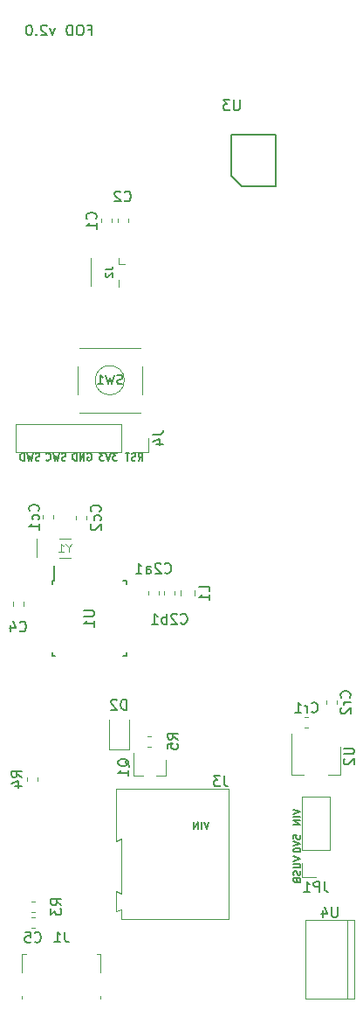
<source format=gbo>
G04 #@! TF.GenerationSoftware,KiCad,Pcbnew,6.0.0-unknown-da645c5~86~ubuntu18.04.1*
G04 #@! TF.CreationDate,2019-07-09T16:17:18-04:00*
G04 #@! TF.ProjectId,FOD,464f442e-6b69-4636-9164-5f7063625858,rev?*
G04 #@! TF.SameCoordinates,Original*
G04 #@! TF.FileFunction,Legend,Bot*
G04 #@! TF.FilePolarity,Positive*
%FSLAX46Y46*%
G04 Gerber Fmt 4.6, Leading zero omitted, Abs format (unit mm)*
G04 Created by KiCad (PCBNEW 6.0.0-unknown-da645c5~86~ubuntu18.04.1) date 2019-07-09 16:17:18*
%MOMM*%
%LPD*%
G04 APERTURE LIST*
%ADD10C,0.200000*%
%ADD11C,0.150000*%
%ADD12C,0.120000*%
G04 APERTURE END LIST*
D10*
X127183333Y-27478571D02*
X127516666Y-27478571D01*
X127516666Y-28002380D02*
X127516666Y-27002380D01*
X127040476Y-27002380D01*
X126469047Y-27002380D02*
X126278571Y-27002380D01*
X126183333Y-27050000D01*
X126088095Y-27145238D01*
X126040476Y-27335714D01*
X126040476Y-27669047D01*
X126088095Y-27859523D01*
X126183333Y-27954761D01*
X126278571Y-28002380D01*
X126469047Y-28002380D01*
X126564285Y-27954761D01*
X126659523Y-27859523D01*
X126707142Y-27669047D01*
X126707142Y-27335714D01*
X126659523Y-27145238D01*
X126564285Y-27050000D01*
X126469047Y-27002380D01*
X125611904Y-28002380D02*
X125611904Y-27002380D01*
X125373809Y-27002380D01*
X125230952Y-27050000D01*
X125135714Y-27145238D01*
X125088095Y-27240476D01*
X125040476Y-27430952D01*
X125040476Y-27573809D01*
X125088095Y-27764285D01*
X125135714Y-27859523D01*
X125230952Y-27954761D01*
X125373809Y-28002380D01*
X125611904Y-28002380D01*
X123945238Y-27335714D02*
X123707142Y-28002380D01*
X123469047Y-27335714D01*
X123135714Y-27097619D02*
X123088095Y-27050000D01*
X122992857Y-27002380D01*
X122754761Y-27002380D01*
X122659523Y-27050000D01*
X122611904Y-27097619D01*
X122564285Y-27192857D01*
X122564285Y-27288095D01*
X122611904Y-27430952D01*
X123183333Y-28002380D01*
X122564285Y-28002380D01*
X122135714Y-27907142D02*
X122088095Y-27954761D01*
X122135714Y-28002380D01*
X122183333Y-27954761D01*
X122135714Y-27907142D01*
X122135714Y-28002380D01*
X121469047Y-27002380D02*
X121373809Y-27002380D01*
X121278571Y-27050000D01*
X121230952Y-27097619D01*
X121183333Y-27192857D01*
X121135714Y-27383333D01*
X121135714Y-27621428D01*
X121183333Y-27811904D01*
X121230952Y-27907142D01*
X121278571Y-27954761D01*
X121373809Y-28002380D01*
X121469047Y-28002380D01*
X121564285Y-27954761D01*
X121611904Y-27907142D01*
X121659523Y-27811904D01*
X121707142Y-27621428D01*
X121707142Y-27383333D01*
X121659523Y-27192857D01*
X121611904Y-27097619D01*
X121564285Y-27050000D01*
X121469047Y-27002380D01*
D11*
X138866666Y-104166666D02*
X138633333Y-104866666D01*
X138400000Y-104166666D01*
X138166666Y-104866666D02*
X138166666Y-104166666D01*
X137833333Y-104866666D02*
X137833333Y-104166666D01*
X137433333Y-104866666D01*
X137433333Y-104166666D01*
X147066666Y-107516666D02*
X147766666Y-107750000D01*
X147066666Y-107983333D01*
X147066666Y-108216666D02*
X147633333Y-108216666D01*
X147700000Y-108250000D01*
X147733333Y-108283333D01*
X147766666Y-108350000D01*
X147766666Y-108483333D01*
X147733333Y-108550000D01*
X147700000Y-108583333D01*
X147633333Y-108616666D01*
X147066666Y-108616666D01*
X147733333Y-108916666D02*
X147766666Y-109016666D01*
X147766666Y-109183333D01*
X147733333Y-109250000D01*
X147700000Y-109283333D01*
X147633333Y-109316666D01*
X147566666Y-109316666D01*
X147500000Y-109283333D01*
X147466666Y-109250000D01*
X147433333Y-109183333D01*
X147400000Y-109050000D01*
X147366666Y-108983333D01*
X147333333Y-108950000D01*
X147266666Y-108916666D01*
X147200000Y-108916666D01*
X147133333Y-108950000D01*
X147100000Y-108983333D01*
X147066666Y-109050000D01*
X147066666Y-109216666D01*
X147100000Y-109316666D01*
X147400000Y-109850000D02*
X147433333Y-109950000D01*
X147466666Y-109983333D01*
X147533333Y-110016666D01*
X147633333Y-110016666D01*
X147700000Y-109983333D01*
X147733333Y-109950000D01*
X147766666Y-109883333D01*
X147766666Y-109616666D01*
X147066666Y-109616666D01*
X147066666Y-109850000D01*
X147100000Y-109916666D01*
X147133333Y-109950000D01*
X147200000Y-109983333D01*
X147266666Y-109983333D01*
X147333333Y-109950000D01*
X147366666Y-109916666D01*
X147400000Y-109850000D01*
X147400000Y-109616666D01*
X147066666Y-105793333D02*
X147066666Y-105460000D01*
X147400000Y-105426666D01*
X147366666Y-105460000D01*
X147333333Y-105526666D01*
X147333333Y-105693333D01*
X147366666Y-105760000D01*
X147400000Y-105793333D01*
X147466666Y-105826666D01*
X147633333Y-105826666D01*
X147700000Y-105793333D01*
X147733333Y-105760000D01*
X147766666Y-105693333D01*
X147766666Y-105526666D01*
X147733333Y-105460000D01*
X147700000Y-105426666D01*
X147066666Y-106026666D02*
X147766666Y-106260000D01*
X147066666Y-106493333D01*
X147066666Y-106860000D02*
X147066666Y-106926666D01*
X147100000Y-106993333D01*
X147133333Y-107026666D01*
X147200000Y-107060000D01*
X147333333Y-107093333D01*
X147500000Y-107093333D01*
X147633333Y-107060000D01*
X147700000Y-107026666D01*
X147733333Y-106993333D01*
X147766666Y-106926666D01*
X147766666Y-106860000D01*
X147733333Y-106793333D01*
X147700000Y-106760000D01*
X147633333Y-106726666D01*
X147500000Y-106693333D01*
X147333333Y-106693333D01*
X147200000Y-106726666D01*
X147133333Y-106760000D01*
X147100000Y-106793333D01*
X147066666Y-106860000D01*
X147066666Y-102953333D02*
X147766666Y-103186666D01*
X147066666Y-103420000D01*
X147766666Y-103653333D02*
X147066666Y-103653333D01*
X147766666Y-103986666D02*
X147066666Y-103986666D01*
X147766666Y-104386666D01*
X147066666Y-104386666D01*
X122440000Y-69133333D02*
X122340000Y-69166666D01*
X122173333Y-69166666D01*
X122106666Y-69133333D01*
X122073333Y-69100000D01*
X122040000Y-69033333D01*
X122040000Y-68966666D01*
X122073333Y-68900000D01*
X122106666Y-68866666D01*
X122173333Y-68833333D01*
X122306666Y-68800000D01*
X122373333Y-68766666D01*
X122406666Y-68733333D01*
X122440000Y-68666666D01*
X122440000Y-68600000D01*
X122406666Y-68533333D01*
X122373333Y-68500000D01*
X122306666Y-68466666D01*
X122140000Y-68466666D01*
X122040000Y-68500000D01*
X121806666Y-68466666D02*
X121640000Y-69166666D01*
X121506666Y-68666666D01*
X121373333Y-69166666D01*
X121206666Y-68466666D01*
X120940000Y-69166666D02*
X120940000Y-68466666D01*
X120773333Y-68466666D01*
X120673333Y-68500000D01*
X120606666Y-68566666D01*
X120573333Y-68633333D01*
X120540000Y-68766666D01*
X120540000Y-68866666D01*
X120573333Y-69000000D01*
X120606666Y-69066666D01*
X120673333Y-69133333D01*
X120773333Y-69166666D01*
X120940000Y-69166666D01*
X124980000Y-69133333D02*
X124880000Y-69166666D01*
X124713333Y-69166666D01*
X124646666Y-69133333D01*
X124613333Y-69100000D01*
X124580000Y-69033333D01*
X124580000Y-68966666D01*
X124613333Y-68900000D01*
X124646666Y-68866666D01*
X124713333Y-68833333D01*
X124846666Y-68800000D01*
X124913333Y-68766666D01*
X124946666Y-68733333D01*
X124980000Y-68666666D01*
X124980000Y-68600000D01*
X124946666Y-68533333D01*
X124913333Y-68500000D01*
X124846666Y-68466666D01*
X124680000Y-68466666D01*
X124580000Y-68500000D01*
X124346666Y-68466666D02*
X124180000Y-69166666D01*
X124046666Y-68666666D01*
X123913333Y-69166666D01*
X123746666Y-68466666D01*
X123080000Y-69100000D02*
X123113333Y-69133333D01*
X123213333Y-69166666D01*
X123280000Y-69166666D01*
X123380000Y-69133333D01*
X123446666Y-69066666D01*
X123480000Y-69000000D01*
X123513333Y-68866666D01*
X123513333Y-68766666D01*
X123480000Y-68633333D01*
X123446666Y-68566666D01*
X123380000Y-68500000D01*
X123280000Y-68466666D01*
X123213333Y-68466666D01*
X123113333Y-68500000D01*
X123080000Y-68533333D01*
X127103333Y-68500000D02*
X127170000Y-68466666D01*
X127270000Y-68466666D01*
X127370000Y-68500000D01*
X127436666Y-68566666D01*
X127470000Y-68633333D01*
X127503333Y-68766666D01*
X127503333Y-68866666D01*
X127470000Y-69000000D01*
X127436666Y-69066666D01*
X127370000Y-69133333D01*
X127270000Y-69166666D01*
X127203333Y-69166666D01*
X127103333Y-69133333D01*
X127070000Y-69100000D01*
X127070000Y-68866666D01*
X127203333Y-68866666D01*
X126770000Y-69166666D02*
X126770000Y-68466666D01*
X126370000Y-69166666D01*
X126370000Y-68466666D01*
X126036666Y-69166666D02*
X126036666Y-68466666D01*
X125870000Y-68466666D01*
X125770000Y-68500000D01*
X125703333Y-68566666D01*
X125670000Y-68633333D01*
X125636666Y-68766666D01*
X125636666Y-68866666D01*
X125670000Y-69000000D01*
X125703333Y-69066666D01*
X125770000Y-69133333D01*
X125870000Y-69166666D01*
X126036666Y-69166666D01*
X132033333Y-69166666D02*
X132266666Y-68833333D01*
X132433333Y-69166666D02*
X132433333Y-68466666D01*
X132166666Y-68466666D01*
X132100000Y-68500000D01*
X132066666Y-68533333D01*
X132033333Y-68600000D01*
X132033333Y-68700000D01*
X132066666Y-68766666D01*
X132100000Y-68800000D01*
X132166666Y-68833333D01*
X132433333Y-68833333D01*
X131766666Y-69133333D02*
X131666666Y-69166666D01*
X131500000Y-69166666D01*
X131433333Y-69133333D01*
X131400000Y-69100000D01*
X131366666Y-69033333D01*
X131366666Y-68966666D01*
X131400000Y-68900000D01*
X131433333Y-68866666D01*
X131500000Y-68833333D01*
X131633333Y-68800000D01*
X131700000Y-68766666D01*
X131733333Y-68733333D01*
X131766666Y-68666666D01*
X131766666Y-68600000D01*
X131733333Y-68533333D01*
X131700000Y-68500000D01*
X131633333Y-68466666D01*
X131466666Y-68466666D01*
X131366666Y-68500000D01*
X131166666Y-68466666D02*
X130766666Y-68466666D01*
X130966666Y-69166666D02*
X130966666Y-68466666D01*
X129976666Y-68466666D02*
X129543333Y-68466666D01*
X129776666Y-68733333D01*
X129676666Y-68733333D01*
X129610000Y-68766666D01*
X129576666Y-68800000D01*
X129543333Y-68866666D01*
X129543333Y-69033333D01*
X129576666Y-69100000D01*
X129610000Y-69133333D01*
X129676666Y-69166666D01*
X129876666Y-69166666D01*
X129943333Y-69133333D01*
X129976666Y-69100000D01*
X129343333Y-68466666D02*
X129110000Y-69166666D01*
X128876666Y-68466666D01*
X128710000Y-68466666D02*
X128276666Y-68466666D01*
X128510000Y-68733333D01*
X128410000Y-68733333D01*
X128343333Y-68766666D01*
X128310000Y-68800000D01*
X128276666Y-68866666D01*
X128276666Y-69033333D01*
X128310000Y-69100000D01*
X128343333Y-69133333D01*
X128410000Y-69166666D01*
X128610000Y-69166666D01*
X128676666Y-69133333D01*
X128710000Y-69100000D01*
D12*
X127365000Y-49590000D02*
X127365000Y-52290000D01*
X130085000Y-50180000D02*
X130715000Y-50180000D01*
X130085000Y-52340000D02*
X130085000Y-51700000D01*
X130085000Y-49540000D02*
X130085000Y-50180000D01*
X130664214Y-61400000D02*
G75*
G03X130664214Y-61400000I-1414214J0D01*
G01*
X126280000Y-58280000D02*
X132220000Y-58280000D01*
X126280000Y-64520000D02*
X132220000Y-64520000D01*
X126130000Y-60060000D02*
X126130000Y-62740000D01*
X132370000Y-62740000D02*
X132370000Y-60060000D01*
X134680000Y-99660000D02*
X133750000Y-99660000D01*
X131520000Y-99660000D02*
X132450000Y-99660000D01*
X131520000Y-99660000D02*
X131520000Y-97500000D01*
X134680000Y-99660000D02*
X134680000Y-98200000D01*
X150450000Y-99630000D02*
X151650000Y-99630000D01*
X151650000Y-99630000D02*
X151650000Y-96930000D01*
X146850000Y-95630000D02*
X146850000Y-99630000D01*
X146850000Y-99630000D02*
X148050000Y-99630000D01*
X124325000Y-78600000D02*
X125425000Y-78600000D01*
X124325000Y-76700000D02*
X125425000Y-76700000D01*
X122175000Y-78550000D02*
X122175000Y-76750000D01*
X148270000Y-113690000D02*
X148270000Y-121310000D01*
X148270000Y-121310000D02*
X152970000Y-121310000D01*
X152970000Y-121310000D02*
X152970000Y-113690000D01*
X152970000Y-113690000D02*
X148270000Y-113690000D01*
X152270000Y-121310000D02*
X152270000Y-113690000D01*
D11*
X145380000Y-37640000D02*
X141080000Y-37640000D01*
X145380000Y-42640000D02*
X145380000Y-37620480D01*
X142080000Y-42640000D02*
X145380000Y-42640000D01*
X141080000Y-37640000D02*
X141080000Y-41640000D01*
X142080000Y-42640000D02*
X141080000Y-41640000D01*
X123650000Y-80825000D02*
X123875000Y-80825000D01*
X123650000Y-88075000D02*
X123975000Y-88075000D01*
X130900000Y-88075000D02*
X130575000Y-88075000D01*
X130900000Y-80825000D02*
X130575000Y-80825000D01*
X123650000Y-80825000D02*
X123650000Y-81150000D01*
X130900000Y-80825000D02*
X130900000Y-81150000D01*
X130900000Y-88075000D02*
X130900000Y-87750000D01*
X123650000Y-88075000D02*
X123650000Y-87750000D01*
X123875000Y-80825000D02*
X123875000Y-79400000D01*
D12*
X132928733Y-96860000D02*
X133271267Y-96860000D01*
X132928733Y-95840000D02*
X133271267Y-95840000D01*
X121190000Y-99828733D02*
X121190000Y-100171267D01*
X122210000Y-99828733D02*
X122210000Y-100171267D01*
X121628733Y-112910000D02*
X121971267Y-112910000D01*
X121628733Y-111890000D02*
X121971267Y-111890000D01*
X136090000Y-81738748D02*
X136090000Y-82261252D01*
X137510000Y-81738748D02*
X137510000Y-82261252D01*
X147920000Y-101740000D02*
X150580000Y-101740000D01*
X147920000Y-106880000D02*
X147920000Y-101740000D01*
X150580000Y-106880000D02*
X150580000Y-101740000D01*
X147920000Y-106880000D02*
X150580000Y-106880000D01*
X147920000Y-108150000D02*
X147920000Y-109480000D01*
X147920000Y-109480000D02*
X149250000Y-109480000D01*
X120160000Y-68330000D02*
X120160000Y-65670000D01*
X130380000Y-68330000D02*
X120160000Y-68330000D01*
X130380000Y-65670000D02*
X120160000Y-65670000D01*
X130380000Y-68330000D02*
X130380000Y-65670000D01*
X131650000Y-68330000D02*
X132980000Y-68330000D01*
X132980000Y-68330000D02*
X132980000Y-67000000D01*
X140750000Y-100950000D02*
X140750000Y-113550000D01*
X140750000Y-113550000D02*
X130400000Y-113550000D01*
X130400000Y-113550000D02*
X130400000Y-112600000D01*
X130400000Y-112600000D02*
X129900000Y-112850000D01*
X129900000Y-112850000D02*
X129900000Y-110950000D01*
X129900000Y-110950000D02*
X129900000Y-110900000D01*
X129900000Y-110900000D02*
X130400000Y-111150000D01*
X130400000Y-111150000D02*
X130400000Y-105750000D01*
X130400000Y-105750000D02*
X129900000Y-106050000D01*
X129900000Y-106050000D02*
X129900000Y-100950000D01*
X129900000Y-100950000D02*
X140750000Y-100950000D01*
X120740000Y-116940000D02*
X121120000Y-116940000D01*
X120740000Y-120990000D02*
X120740000Y-121250000D01*
X120740000Y-116940000D02*
X120740000Y-118710000D01*
X128360000Y-116940000D02*
X127980000Y-116940000D01*
X128360000Y-118710000D02*
X128360000Y-116940000D01*
X128360000Y-121250000D02*
X128360000Y-120990000D01*
X131110000Y-94300000D02*
X131110000Y-97160000D01*
X131110000Y-97160000D02*
X129190000Y-97160000D01*
X129190000Y-97160000D02*
X129190000Y-94300000D01*
X151260000Y-92771267D02*
X151260000Y-92428733D01*
X150240000Y-92771267D02*
X150240000Y-92428733D01*
X148521267Y-94040000D02*
X148178733Y-94040000D01*
X148521267Y-95060000D02*
X148178733Y-95060000D01*
X127010000Y-74871267D02*
X127010000Y-74528733D01*
X125990000Y-74871267D02*
X125990000Y-74528733D01*
X123760000Y-74821267D02*
X123760000Y-74478733D01*
X122740000Y-74821267D02*
X122740000Y-74478733D01*
X134540000Y-81828733D02*
X134540000Y-82171267D01*
X135560000Y-81828733D02*
X135560000Y-82171267D01*
X132990000Y-81828733D02*
X132990000Y-82171267D01*
X134010000Y-81828733D02*
X134010000Y-82171267D01*
X121628733Y-114460000D02*
X121971267Y-114460000D01*
X121628733Y-113440000D02*
X121971267Y-113440000D01*
X119840000Y-82878733D02*
X119840000Y-83221267D01*
X120860000Y-82878733D02*
X120860000Y-83221267D01*
X129990000Y-45778733D02*
X129990000Y-46121267D01*
X131010000Y-45778733D02*
X131010000Y-46121267D01*
X128440000Y-45778733D02*
X128440000Y-46121267D01*
X129460000Y-45778733D02*
X129460000Y-46121267D01*
D11*
X128816666Y-50706666D02*
X129316666Y-50706666D01*
X129416666Y-50673333D01*
X129483333Y-50606666D01*
X129516666Y-50506666D01*
X129516666Y-50440000D01*
X128883333Y-51006666D02*
X128850000Y-51040000D01*
X128816666Y-51106666D01*
X128816666Y-51273333D01*
X128850000Y-51340000D01*
X128883333Y-51373333D01*
X128950000Y-51406666D01*
X129016666Y-51406666D01*
X129116666Y-51373333D01*
X129516666Y-50973333D01*
X129516666Y-51406666D01*
X130470000Y-61754285D02*
X130341428Y-61797142D01*
X130127142Y-61797142D01*
X130041428Y-61754285D01*
X129998571Y-61711428D01*
X129955714Y-61625714D01*
X129955714Y-61540000D01*
X129998571Y-61454285D01*
X130041428Y-61411428D01*
X130127142Y-61368571D01*
X130298571Y-61325714D01*
X130384285Y-61282857D01*
X130427142Y-61240000D01*
X130470000Y-61154285D01*
X130470000Y-61068571D01*
X130427142Y-60982857D01*
X130384285Y-60940000D01*
X130298571Y-60897142D01*
X130084285Y-60897142D01*
X129955714Y-60940000D01*
X129655714Y-60897142D02*
X129441428Y-61797142D01*
X129270000Y-61154285D01*
X129098571Y-61797142D01*
X128884285Y-60897142D01*
X128070000Y-61797142D02*
X128584285Y-61797142D01*
X128327142Y-61797142D02*
X128327142Y-60897142D01*
X128412857Y-61025714D01*
X128498571Y-61111428D01*
X128584285Y-61154285D01*
X131147619Y-98804761D02*
X131100000Y-98709523D01*
X131004761Y-98614285D01*
X130861904Y-98471428D01*
X130814285Y-98376190D01*
X130814285Y-98280952D01*
X131052380Y-98328571D02*
X131004761Y-98233333D01*
X130909523Y-98138095D01*
X130719047Y-98090476D01*
X130385714Y-98090476D01*
X130195238Y-98138095D01*
X130100000Y-98233333D01*
X130052380Y-98328571D01*
X130052380Y-98519047D01*
X130100000Y-98614285D01*
X130195238Y-98709523D01*
X130385714Y-98757142D01*
X130719047Y-98757142D01*
X130909523Y-98709523D01*
X131004761Y-98614285D01*
X131052380Y-98519047D01*
X131052380Y-98328571D01*
X131052380Y-99709523D02*
X131052380Y-99138095D01*
X131052380Y-99423809D02*
X130052380Y-99423809D01*
X130195238Y-99328571D01*
X130290476Y-99233333D01*
X130338095Y-99138095D01*
X151952380Y-97038095D02*
X152761904Y-97038095D01*
X152857142Y-97085714D01*
X152904761Y-97133333D01*
X152952380Y-97228571D01*
X152952380Y-97419047D01*
X152904761Y-97514285D01*
X152857142Y-97561904D01*
X152761904Y-97609523D01*
X151952380Y-97609523D01*
X152047619Y-98038095D02*
X152000000Y-98085714D01*
X151952380Y-98180952D01*
X151952380Y-98419047D01*
X152000000Y-98514285D01*
X152047619Y-98561904D01*
X152142857Y-98609523D01*
X152238095Y-98609523D01*
X152380952Y-98561904D01*
X152952380Y-97990476D01*
X152952380Y-98609523D01*
D12*
X125255952Y-77630952D02*
X125255952Y-78011904D01*
X125522619Y-77211904D02*
X125255952Y-77630952D01*
X124989285Y-77211904D01*
X124303571Y-78011904D02*
X124760714Y-78011904D01*
X124532142Y-78011904D02*
X124532142Y-77211904D01*
X124608333Y-77326190D01*
X124684523Y-77402380D01*
X124760714Y-77440476D01*
D11*
X151361904Y-112402380D02*
X151361904Y-113211904D01*
X151314285Y-113307142D01*
X151266666Y-113354761D01*
X151171428Y-113402380D01*
X150980952Y-113402380D01*
X150885714Y-113354761D01*
X150838095Y-113307142D01*
X150790476Y-113211904D01*
X150790476Y-112402380D01*
X149885714Y-112735714D02*
X149885714Y-113402380D01*
X150123809Y-112354761D02*
X150361904Y-113069047D01*
X149742857Y-113069047D01*
X141844444Y-34263620D02*
X141844444Y-35073144D01*
X141796825Y-35168382D01*
X141749206Y-35216001D01*
X141653968Y-35263620D01*
X141463492Y-35263620D01*
X141368254Y-35216001D01*
X141320635Y-35168382D01*
X141273016Y-35073144D01*
X141273016Y-34263620D01*
X140892063Y-34263620D02*
X140273016Y-34263620D01*
X140606349Y-34644573D01*
X140463492Y-34644573D01*
X140368254Y-34692192D01*
X140320635Y-34739811D01*
X140273016Y-34835049D01*
X140273016Y-35073144D01*
X140320635Y-35168382D01*
X140368254Y-35216001D01*
X140463492Y-35263620D01*
X140749206Y-35263620D01*
X140844444Y-35216001D01*
X140892063Y-35168382D01*
X126737380Y-83688095D02*
X127546904Y-83688095D01*
X127642142Y-83735714D01*
X127689761Y-83783333D01*
X127737380Y-83878571D01*
X127737380Y-84069047D01*
X127689761Y-84164285D01*
X127642142Y-84211904D01*
X127546904Y-84259523D01*
X126737380Y-84259523D01*
X127737380Y-85259523D02*
X127737380Y-84688095D01*
X127737380Y-84973809D02*
X126737380Y-84973809D01*
X126880238Y-84878571D01*
X126975476Y-84783333D01*
X127023095Y-84688095D01*
X135852380Y-96183333D02*
X135376190Y-95850000D01*
X135852380Y-95611904D02*
X134852380Y-95611904D01*
X134852380Y-95992857D01*
X134900000Y-96088095D01*
X134947619Y-96135714D01*
X135042857Y-96183333D01*
X135185714Y-96183333D01*
X135280952Y-96135714D01*
X135328571Y-96088095D01*
X135376190Y-95992857D01*
X135376190Y-95611904D01*
X134852380Y-97088095D02*
X134852380Y-96611904D01*
X135328571Y-96564285D01*
X135280952Y-96611904D01*
X135233333Y-96707142D01*
X135233333Y-96945238D01*
X135280952Y-97040476D01*
X135328571Y-97088095D01*
X135423809Y-97135714D01*
X135661904Y-97135714D01*
X135757142Y-97088095D01*
X135804761Y-97040476D01*
X135852380Y-96945238D01*
X135852380Y-96707142D01*
X135804761Y-96611904D01*
X135757142Y-96564285D01*
X120722380Y-99833333D02*
X120246190Y-99500000D01*
X120722380Y-99261904D02*
X119722380Y-99261904D01*
X119722380Y-99642857D01*
X119770000Y-99738095D01*
X119817619Y-99785714D01*
X119912857Y-99833333D01*
X120055714Y-99833333D01*
X120150952Y-99785714D01*
X120198571Y-99738095D01*
X120246190Y-99642857D01*
X120246190Y-99261904D01*
X120055714Y-100690476D02*
X120722380Y-100690476D01*
X119674761Y-100452380D02*
X120389047Y-100214285D01*
X120389047Y-100833333D01*
X124552380Y-112233333D02*
X124076190Y-111900000D01*
X124552380Y-111661904D02*
X123552380Y-111661904D01*
X123552380Y-112042857D01*
X123600000Y-112138095D01*
X123647619Y-112185714D01*
X123742857Y-112233333D01*
X123885714Y-112233333D01*
X123980952Y-112185714D01*
X124028571Y-112138095D01*
X124076190Y-112042857D01*
X124076190Y-111661904D01*
X123552380Y-112566666D02*
X123552380Y-113185714D01*
X123933333Y-112852380D01*
X123933333Y-112995238D01*
X123980952Y-113090476D01*
X124028571Y-113138095D01*
X124123809Y-113185714D01*
X124361904Y-113185714D01*
X124457142Y-113138095D01*
X124504761Y-113090476D01*
X124552380Y-112995238D01*
X124552380Y-112709523D01*
X124504761Y-112614285D01*
X124457142Y-112566666D01*
X138902380Y-81833333D02*
X138902380Y-81357142D01*
X137902380Y-81357142D01*
X138902380Y-82690476D02*
X138902380Y-82119047D01*
X138902380Y-82404761D02*
X137902380Y-82404761D01*
X138045238Y-82309523D01*
X138140476Y-82214285D01*
X138188095Y-82119047D01*
X150083333Y-109932380D02*
X150083333Y-110646666D01*
X150130952Y-110789523D01*
X150226190Y-110884761D01*
X150369047Y-110932380D01*
X150464285Y-110932380D01*
X149607142Y-110932380D02*
X149607142Y-109932380D01*
X149226190Y-109932380D01*
X149130952Y-109980000D01*
X149083333Y-110027619D01*
X149035714Y-110122857D01*
X149035714Y-110265714D01*
X149083333Y-110360952D01*
X149130952Y-110408571D01*
X149226190Y-110456190D01*
X149607142Y-110456190D01*
X148083333Y-110932380D02*
X148654761Y-110932380D01*
X148369047Y-110932380D02*
X148369047Y-109932380D01*
X148464285Y-110075238D01*
X148559523Y-110170476D01*
X148654761Y-110218095D01*
X133432380Y-66666666D02*
X134146666Y-66666666D01*
X134289523Y-66619047D01*
X134384761Y-66523809D01*
X134432380Y-66380952D01*
X134432380Y-66285714D01*
X133765714Y-67571428D02*
X134432380Y-67571428D01*
X133384761Y-67333333D02*
X134099047Y-67095238D01*
X134099047Y-67714285D01*
X140353333Y-99712380D02*
X140353333Y-100426666D01*
X140400952Y-100569523D01*
X140496190Y-100664761D01*
X140639047Y-100712380D01*
X140734285Y-100712380D01*
X139972380Y-99712380D02*
X139353333Y-99712380D01*
X139686666Y-100093333D01*
X139543809Y-100093333D01*
X139448571Y-100140952D01*
X139400952Y-100188571D01*
X139353333Y-100283809D01*
X139353333Y-100521904D01*
X139400952Y-100617142D01*
X139448571Y-100664761D01*
X139543809Y-100712380D01*
X139829523Y-100712380D01*
X139924761Y-100664761D01*
X139972380Y-100617142D01*
X124883333Y-114802380D02*
X124883333Y-115516666D01*
X124930952Y-115659523D01*
X125026190Y-115754761D01*
X125169047Y-115802380D01*
X125264285Y-115802380D01*
X123883333Y-115802380D02*
X124454761Y-115802380D01*
X124169047Y-115802380D02*
X124169047Y-114802380D01*
X124264285Y-114945238D01*
X124359523Y-115040476D01*
X124454761Y-115088095D01*
X130888095Y-93302380D02*
X130888095Y-92302380D01*
X130650000Y-92302380D01*
X130507142Y-92350000D01*
X130411904Y-92445238D01*
X130364285Y-92540476D01*
X130316666Y-92730952D01*
X130316666Y-92873809D01*
X130364285Y-93064285D01*
X130411904Y-93159523D01*
X130507142Y-93254761D01*
X130650000Y-93302380D01*
X130888095Y-93302380D01*
X129935714Y-92397619D02*
X129888095Y-92350000D01*
X129792857Y-92302380D01*
X129554761Y-92302380D01*
X129459523Y-92350000D01*
X129411904Y-92397619D01*
X129364285Y-92492857D01*
X129364285Y-92588095D01*
X129411904Y-92730952D01*
X129983333Y-93302380D01*
X129364285Y-93302380D01*
X152537142Y-92123809D02*
X152584761Y-92076190D01*
X152632380Y-91933333D01*
X152632380Y-91838095D01*
X152584761Y-91695238D01*
X152489523Y-91600000D01*
X152394285Y-91552380D01*
X152203809Y-91504761D01*
X152060952Y-91504761D01*
X151870476Y-91552380D01*
X151775238Y-91600000D01*
X151680000Y-91695238D01*
X151632380Y-91838095D01*
X151632380Y-91933333D01*
X151680000Y-92076190D01*
X151727619Y-92123809D01*
X152632380Y-92552380D02*
X151965714Y-92552380D01*
X152156190Y-92552380D02*
X152060952Y-92600000D01*
X152013333Y-92647619D01*
X151965714Y-92742857D01*
X151965714Y-92838095D01*
X151727619Y-93123809D02*
X151680000Y-93171428D01*
X151632380Y-93266666D01*
X151632380Y-93504761D01*
X151680000Y-93600000D01*
X151727619Y-93647619D01*
X151822857Y-93695238D01*
X151918095Y-93695238D01*
X152060952Y-93647619D01*
X152632380Y-93076190D01*
X152632380Y-93695238D01*
X148826190Y-93477142D02*
X148873809Y-93524761D01*
X149016666Y-93572380D01*
X149111904Y-93572380D01*
X149254761Y-93524761D01*
X149350000Y-93429523D01*
X149397619Y-93334285D01*
X149445238Y-93143809D01*
X149445238Y-93000952D01*
X149397619Y-92810476D01*
X149350000Y-92715238D01*
X149254761Y-92620000D01*
X149111904Y-92572380D01*
X149016666Y-92572380D01*
X148873809Y-92620000D01*
X148826190Y-92667619D01*
X148397619Y-93572380D02*
X148397619Y-92905714D01*
X148397619Y-93096190D02*
X148350000Y-93000952D01*
X148302380Y-92953333D01*
X148207142Y-92905714D01*
X148111904Y-92905714D01*
X147254761Y-93572380D02*
X147826190Y-93572380D01*
X147540476Y-93572380D02*
X147540476Y-92572380D01*
X147635714Y-92715238D01*
X147730952Y-92810476D01*
X147826190Y-92858095D01*
X128287142Y-74104761D02*
X128334761Y-74057142D01*
X128382380Y-73914285D01*
X128382380Y-73819047D01*
X128334761Y-73676190D01*
X128239523Y-73580952D01*
X128144285Y-73533333D01*
X127953809Y-73485714D01*
X127810952Y-73485714D01*
X127620476Y-73533333D01*
X127525238Y-73580952D01*
X127430000Y-73676190D01*
X127382380Y-73819047D01*
X127382380Y-73914285D01*
X127430000Y-74057142D01*
X127477619Y-74104761D01*
X128334761Y-74961904D02*
X128382380Y-74866666D01*
X128382380Y-74676190D01*
X128334761Y-74580952D01*
X128287142Y-74533333D01*
X128191904Y-74485714D01*
X127906190Y-74485714D01*
X127810952Y-74533333D01*
X127763333Y-74580952D01*
X127715714Y-74676190D01*
X127715714Y-74866666D01*
X127763333Y-74961904D01*
X127477619Y-75342857D02*
X127430000Y-75390476D01*
X127382380Y-75485714D01*
X127382380Y-75723809D01*
X127430000Y-75819047D01*
X127477619Y-75866666D01*
X127572857Y-75914285D01*
X127668095Y-75914285D01*
X127810952Y-75866666D01*
X128382380Y-75295238D01*
X128382380Y-75914285D01*
X122307142Y-74054761D02*
X122354761Y-74007142D01*
X122402380Y-73864285D01*
X122402380Y-73769047D01*
X122354761Y-73626190D01*
X122259523Y-73530952D01*
X122164285Y-73483333D01*
X121973809Y-73435714D01*
X121830952Y-73435714D01*
X121640476Y-73483333D01*
X121545238Y-73530952D01*
X121450000Y-73626190D01*
X121402380Y-73769047D01*
X121402380Y-73864285D01*
X121450000Y-74007142D01*
X121497619Y-74054761D01*
X122354761Y-74911904D02*
X122402380Y-74816666D01*
X122402380Y-74626190D01*
X122354761Y-74530952D01*
X122307142Y-74483333D01*
X122211904Y-74435714D01*
X121926190Y-74435714D01*
X121830952Y-74483333D01*
X121783333Y-74530952D01*
X121735714Y-74626190D01*
X121735714Y-74816666D01*
X121783333Y-74911904D01*
X122402380Y-75864285D02*
X122402380Y-75292857D01*
X122402380Y-75578571D02*
X121402380Y-75578571D01*
X121545238Y-75483333D01*
X121640476Y-75388095D01*
X121688095Y-75292857D01*
X136145238Y-84907142D02*
X136192857Y-84954761D01*
X136335714Y-85002380D01*
X136430952Y-85002380D01*
X136573809Y-84954761D01*
X136669047Y-84859523D01*
X136716666Y-84764285D01*
X136764285Y-84573809D01*
X136764285Y-84430952D01*
X136716666Y-84240476D01*
X136669047Y-84145238D01*
X136573809Y-84050000D01*
X136430952Y-84002380D01*
X136335714Y-84002380D01*
X136192857Y-84050000D01*
X136145238Y-84097619D01*
X135764285Y-84097619D02*
X135716666Y-84050000D01*
X135621428Y-84002380D01*
X135383333Y-84002380D01*
X135288095Y-84050000D01*
X135240476Y-84097619D01*
X135192857Y-84192857D01*
X135192857Y-84288095D01*
X135240476Y-84430952D01*
X135811904Y-85002380D01*
X135192857Y-85002380D01*
X134764285Y-85002380D02*
X134764285Y-84002380D01*
X134764285Y-84383333D02*
X134669047Y-84335714D01*
X134478571Y-84335714D01*
X134383333Y-84383333D01*
X134335714Y-84430952D01*
X134288095Y-84526190D01*
X134288095Y-84811904D01*
X134335714Y-84907142D01*
X134383333Y-84954761D01*
X134478571Y-85002380D01*
X134669047Y-85002380D01*
X134764285Y-84954761D01*
X133335714Y-85002380D02*
X133907142Y-85002380D01*
X133621428Y-85002380D02*
X133621428Y-84002380D01*
X133716666Y-84145238D01*
X133811904Y-84240476D01*
X133907142Y-84288095D01*
X134595238Y-80007142D02*
X134642857Y-80054761D01*
X134785714Y-80102380D01*
X134880952Y-80102380D01*
X135023809Y-80054761D01*
X135119047Y-79959523D01*
X135166666Y-79864285D01*
X135214285Y-79673809D01*
X135214285Y-79530952D01*
X135166666Y-79340476D01*
X135119047Y-79245238D01*
X135023809Y-79150000D01*
X134880952Y-79102380D01*
X134785714Y-79102380D01*
X134642857Y-79150000D01*
X134595238Y-79197619D01*
X134214285Y-79197619D02*
X134166666Y-79150000D01*
X134071428Y-79102380D01*
X133833333Y-79102380D01*
X133738095Y-79150000D01*
X133690476Y-79197619D01*
X133642857Y-79292857D01*
X133642857Y-79388095D01*
X133690476Y-79530952D01*
X134261904Y-80102380D01*
X133642857Y-80102380D01*
X132785714Y-80102380D02*
X132785714Y-79578571D01*
X132833333Y-79483333D01*
X132928571Y-79435714D01*
X133119047Y-79435714D01*
X133214285Y-79483333D01*
X132785714Y-80054761D02*
X132880952Y-80102380D01*
X133119047Y-80102380D01*
X133214285Y-80054761D01*
X133261904Y-79959523D01*
X133261904Y-79864285D01*
X133214285Y-79769047D01*
X133119047Y-79721428D01*
X132880952Y-79721428D01*
X132785714Y-79673809D01*
X131785714Y-80102380D02*
X132357142Y-80102380D01*
X132071428Y-80102380D02*
X132071428Y-79102380D01*
X132166666Y-79245238D01*
X132261904Y-79340476D01*
X132357142Y-79388095D01*
X121966666Y-115737142D02*
X122014285Y-115784761D01*
X122157142Y-115832380D01*
X122252380Y-115832380D01*
X122395238Y-115784761D01*
X122490476Y-115689523D01*
X122538095Y-115594285D01*
X122585714Y-115403809D01*
X122585714Y-115260952D01*
X122538095Y-115070476D01*
X122490476Y-114975238D01*
X122395238Y-114880000D01*
X122252380Y-114832380D01*
X122157142Y-114832380D01*
X122014285Y-114880000D01*
X121966666Y-114927619D01*
X121061904Y-114832380D02*
X121538095Y-114832380D01*
X121585714Y-115308571D01*
X121538095Y-115260952D01*
X121442857Y-115213333D01*
X121204761Y-115213333D01*
X121109523Y-115260952D01*
X121061904Y-115308571D01*
X121014285Y-115403809D01*
X121014285Y-115641904D01*
X121061904Y-115737142D01*
X121109523Y-115784761D01*
X121204761Y-115832380D01*
X121442857Y-115832380D01*
X121538095Y-115784761D01*
X121585714Y-115737142D01*
X120516666Y-85657142D02*
X120564285Y-85704761D01*
X120707142Y-85752380D01*
X120802380Y-85752380D01*
X120945238Y-85704761D01*
X121040476Y-85609523D01*
X121088095Y-85514285D01*
X121135714Y-85323809D01*
X121135714Y-85180952D01*
X121088095Y-84990476D01*
X121040476Y-84895238D01*
X120945238Y-84800000D01*
X120802380Y-84752380D01*
X120707142Y-84752380D01*
X120564285Y-84800000D01*
X120516666Y-84847619D01*
X119659523Y-85085714D02*
X119659523Y-85752380D01*
X119897619Y-84704761D02*
X120135714Y-85419047D01*
X119516666Y-85419047D01*
X130666666Y-44007142D02*
X130714285Y-44054761D01*
X130857142Y-44102380D01*
X130952380Y-44102380D01*
X131095238Y-44054761D01*
X131190476Y-43959523D01*
X131238095Y-43864285D01*
X131285714Y-43673809D01*
X131285714Y-43530952D01*
X131238095Y-43340476D01*
X131190476Y-43245238D01*
X131095238Y-43150000D01*
X130952380Y-43102380D01*
X130857142Y-43102380D01*
X130714285Y-43150000D01*
X130666666Y-43197619D01*
X130285714Y-43197619D02*
X130238095Y-43150000D01*
X130142857Y-43102380D01*
X129904761Y-43102380D01*
X129809523Y-43150000D01*
X129761904Y-43197619D01*
X129714285Y-43292857D01*
X129714285Y-43388095D01*
X129761904Y-43530952D01*
X130333333Y-44102380D01*
X129714285Y-44102380D01*
X127877142Y-45783333D02*
X127924761Y-45735714D01*
X127972380Y-45592857D01*
X127972380Y-45497619D01*
X127924761Y-45354761D01*
X127829523Y-45259523D01*
X127734285Y-45211904D01*
X127543809Y-45164285D01*
X127400952Y-45164285D01*
X127210476Y-45211904D01*
X127115238Y-45259523D01*
X127020000Y-45354761D01*
X126972380Y-45497619D01*
X126972380Y-45592857D01*
X127020000Y-45735714D01*
X127067619Y-45783333D01*
X127972380Y-46735714D02*
X127972380Y-46164285D01*
X127972380Y-46450000D02*
X126972380Y-46450000D01*
X127115238Y-46354761D01*
X127210476Y-46259523D01*
X127258095Y-46164285D01*
M02*

</source>
